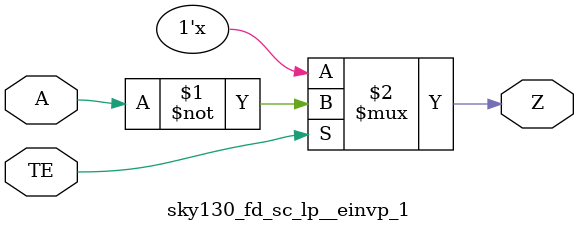
<source format=v>
/*
 * Copyright 2020 The SkyWater PDK Authors
 *
 * Licensed under the Apache License, Version 2.0 (the "License");
 * you may not use this file except in compliance with the License.
 * You may obtain a copy of the License at
 *
 *     https://www.apache.org/licenses/LICENSE-2.0
 *
 * Unless required by applicable law or agreed to in writing, software
 * distributed under the License is distributed on an "AS IS" BASIS,
 * WITHOUT WARRANTIES OR CONDITIONS OF ANY KIND, either express or implied.
 * See the License for the specific language governing permissions and
 * limitations under the License.
 *
 * SPDX-License-Identifier: Apache-2.0
*/


`ifndef SKY130_FD_SC_LP__EINVP_1_FUNCTIONAL_V
`define SKY130_FD_SC_LP__EINVP_1_FUNCTIONAL_V

/**
 * einvp: Tri-state inverter, positive enable.
 *
 * Verilog simulation functional model.
 */

`timescale 1ns / 1ps
`default_nettype none

`celldefine
module sky130_fd_sc_lp__einvp_1 (
    Z ,
    A ,
    TE
);

    // Module ports
    output Z ;
    input  A ;
    input  TE;

    //     Name     Output  Other arguments
    notif1 notif10 (Z     , A, TE          );

endmodule
`endcelldefine

`default_nettype wire
`endif  // SKY130_FD_SC_LP__EINVP_1_FUNCTIONAL_V

</source>
